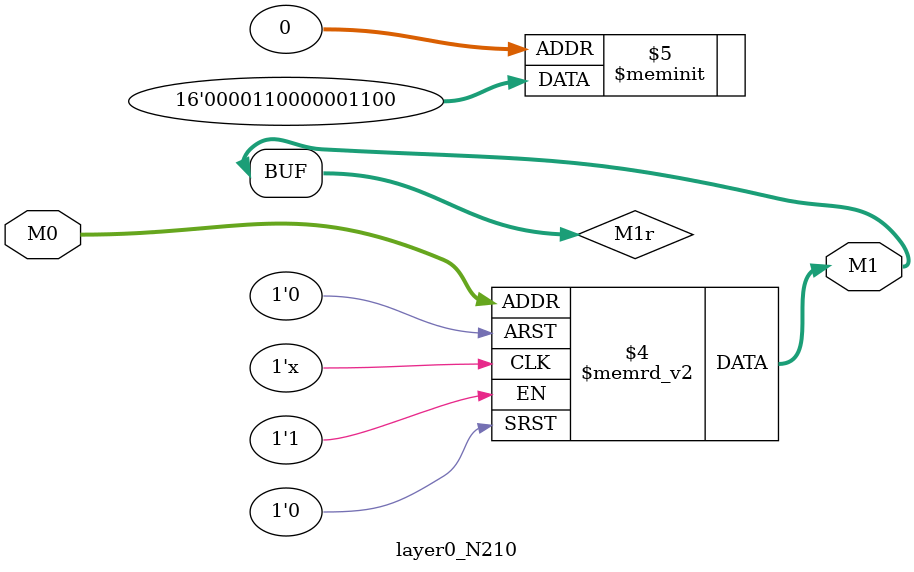
<source format=v>
module layer0_N210 ( input [2:0] M0, output [1:0] M1 );

	(*rom_style = "distributed" *) reg [1:0] M1r;
	assign M1 = M1r;
	always @ (M0) begin
		case (M0)
			3'b000: M1r = 2'b00;
			3'b100: M1r = 2'b00;
			3'b010: M1r = 2'b00;
			3'b110: M1r = 2'b00;
			3'b001: M1r = 2'b11;
			3'b101: M1r = 2'b11;
			3'b011: M1r = 2'b00;
			3'b111: M1r = 2'b00;

		endcase
	end
endmodule

</source>
